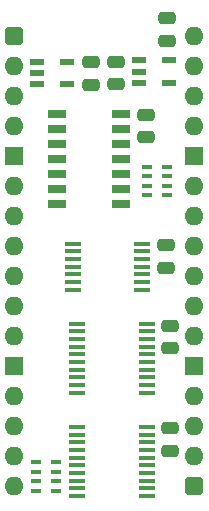
<source format=gts>
%TF.GenerationSoftware,KiCad,Pcbnew,8.0.3*%
%TF.CreationDate,2024-07-13T20:50:00+02:00*%
%TF.ProjectId,GPIO 4bit,4750494f-2034-4626-9974-2e6b69636164,V0*%
%TF.SameCoordinates,PX6d01460PY32de760*%
%TF.FileFunction,Soldermask,Top*%
%TF.FilePolarity,Negative*%
%FSLAX46Y46*%
G04 Gerber Fmt 4.6, Leading zero omitted, Abs format (unit mm)*
G04 Created by KiCad (PCBNEW 8.0.3) date 2024-07-13 20:50:00*
%MOMM*%
%LPD*%
G01*
G04 APERTURE LIST*
G04 Aperture macros list*
%AMRoundRect*
0 Rectangle with rounded corners*
0 $1 Rounding radius*
0 $2 $3 $4 $5 $6 $7 $8 $9 X,Y pos of 4 corners*
0 Add a 4 corners polygon primitive as box body*
4,1,4,$2,$3,$4,$5,$6,$7,$8,$9,$2,$3,0*
0 Add four circle primitives for the rounded corners*
1,1,$1+$1,$2,$3*
1,1,$1+$1,$4,$5*
1,1,$1+$1,$6,$7*
1,1,$1+$1,$8,$9*
0 Add four rect primitives between the rounded corners*
20,1,$1+$1,$2,$3,$4,$5,0*
20,1,$1+$1,$4,$5,$6,$7,0*
20,1,$1+$1,$6,$7,$8,$9,0*
20,1,$1+$1,$8,$9,$2,$3,0*%
G04 Aperture macros list end*
%ADD10R,1.475000X0.450000*%
%ADD11RoundRect,0.250000X0.475000X-0.250000X0.475000X0.250000X-0.475000X0.250000X-0.475000X-0.250000X0*%
%ADD12RoundRect,0.250000X-0.475000X0.250000X-0.475000X-0.250000X0.475000X-0.250000X0.475000X0.250000X0*%
%ADD13R,0.900000X0.450000*%
%ADD14RoundRect,0.400000X-0.400000X-0.400000X0.400000X-0.400000X0.400000X0.400000X-0.400000X0.400000X0*%
%ADD15O,1.600000X1.600000*%
%ADD16R,1.600000X1.600000*%
%ADD17R,1.550000X0.650000*%
%ADD18R,1.150000X0.600000*%
%ADD19R,1.250000X0.600000*%
%ADD20R,0.950000X0.450000*%
G04 APERTURE END LIST*
D10*
%TO.C,IC1*%
X5317000Y-24380000D03*
X5317000Y-25030000D03*
X5317000Y-25680000D03*
X5317000Y-26330000D03*
X5317000Y-26980000D03*
X5317000Y-27630000D03*
X5317000Y-28280000D03*
X5317000Y-28930000D03*
X5317000Y-29580000D03*
X5317000Y-30230000D03*
X11193000Y-30230000D03*
X11193000Y-29580000D03*
X11193000Y-28930000D03*
X11193000Y-28280000D03*
X11193000Y-27630000D03*
X11193000Y-26980000D03*
X11193000Y-26330000D03*
X11193000Y-25680000D03*
X11193000Y-25030000D03*
X11193000Y-24380000D03*
%TD*%
D11*
%TO.C,C4*%
X12954000Y-426000D03*
X12954000Y1474000D03*
%TD*%
D12*
%TO.C,C6*%
X13208000Y-24567000D03*
X13208000Y-26467000D03*
%TD*%
%TO.C,C1*%
X11176000Y-6686000D03*
X11176000Y-8586000D03*
%TD*%
D13*
%TO.C,RN1*%
X11186000Y-11119000D03*
X11186000Y-11919000D03*
X11186000Y-12719000D03*
X11186000Y-13519000D03*
X12886000Y-13519000D03*
X12886000Y-12719000D03*
X12886000Y-11919000D03*
X12886000Y-11119000D03*
%TD*%
D14*
%TO.C,J1*%
X0Y0D03*
D15*
X0Y-2540000D03*
X0Y-5080000D03*
X0Y-7620000D03*
D16*
X0Y-10160000D03*
D15*
X0Y-12700000D03*
X0Y-15240000D03*
X0Y-17780000D03*
X0Y-20320000D03*
X0Y-22860000D03*
X0Y-25400000D03*
D16*
X0Y-27940000D03*
D15*
X0Y-30480000D03*
X0Y-33020000D03*
X0Y-35560000D03*
X0Y-38100000D03*
D14*
X15240000Y-38100000D03*
D15*
X15240000Y-35560000D03*
X15240000Y-33020000D03*
X15240000Y-30480000D03*
D16*
X15240000Y-27940000D03*
D15*
X15240000Y-25400000D03*
X15240000Y-22860000D03*
X15240000Y-20320000D03*
X15240000Y-17780000D03*
X15240000Y-15240000D03*
X15240000Y-12700000D03*
D16*
X15240000Y-10160000D03*
D15*
X15240000Y-7620000D03*
X15240000Y-5080000D03*
X15240000Y-2540000D03*
X15240000Y0D03*
%TD*%
D12*
%TO.C,C2*%
X6477000Y-2241000D03*
X6477000Y-4141000D03*
%TD*%
%TO.C,C7*%
X12827000Y-17735000D03*
X12827000Y-19635000D03*
%TD*%
D17*
%TO.C,IC4*%
X3639000Y-6604000D03*
X3639000Y-7874000D03*
X3639000Y-9144000D03*
X3639000Y-10414000D03*
X3639000Y-11684000D03*
X3639000Y-12954000D03*
X3639000Y-14224000D03*
X9061000Y-14224000D03*
X9061000Y-12954000D03*
X9061000Y-11684000D03*
X9061000Y-10414000D03*
X9061000Y-9144000D03*
X9061000Y-7874000D03*
X9061000Y-6604000D03*
%TD*%
D12*
%TO.C,C9*%
X13208000Y-33229000D03*
X13208000Y-35129000D03*
%TD*%
D18*
%TO.C,IC5*%
X10511000Y-2098000D03*
X10511000Y-3048000D03*
X10511000Y-3998000D03*
X13111000Y-3998000D03*
X13111000Y-2098000D03*
%TD*%
D19*
%TO.C,IC3*%
X1925000Y-2225000D03*
X1925000Y-3175000D03*
X1925000Y-4125000D03*
X4425000Y-4125000D03*
X4425000Y-2225000D03*
%TD*%
D10*
%TO.C,IC6*%
X4936000Y-17608000D03*
X4936000Y-18258000D03*
X4936000Y-18908000D03*
X4936000Y-19558000D03*
X4936000Y-20208000D03*
X4936000Y-20858000D03*
X4936000Y-21508000D03*
X10812000Y-21508000D03*
X10812000Y-20858000D03*
X10812000Y-20208000D03*
X10812000Y-19558000D03*
X10812000Y-18908000D03*
X10812000Y-18258000D03*
X10812000Y-17608000D03*
%TD*%
%TO.C,IC2*%
X5317000Y-33143000D03*
X5317000Y-33793000D03*
X5317000Y-34443000D03*
X5317000Y-35093000D03*
X5317000Y-35743000D03*
X5317000Y-36393000D03*
X5317000Y-37043000D03*
X5317000Y-37693000D03*
X5317000Y-38343000D03*
X5317000Y-38993000D03*
X11193000Y-38993000D03*
X11193000Y-38343000D03*
X11193000Y-37693000D03*
X11193000Y-37043000D03*
X11193000Y-36393000D03*
X11193000Y-35743000D03*
X11193000Y-35093000D03*
X11193000Y-34443000D03*
X11193000Y-33793000D03*
X11193000Y-33143000D03*
%TD*%
D20*
%TO.C,CN1*%
X3517000Y-38538000D03*
X3517000Y-37738000D03*
X3517000Y-36938000D03*
X3517000Y-36138000D03*
X1817000Y-36138000D03*
X1817000Y-36938000D03*
X1817000Y-37738000D03*
X1817000Y-38538000D03*
%TD*%
D11*
%TO.C,C3*%
X8636000Y-4109000D03*
X8636000Y-2209000D03*
%TD*%
M02*

</source>
